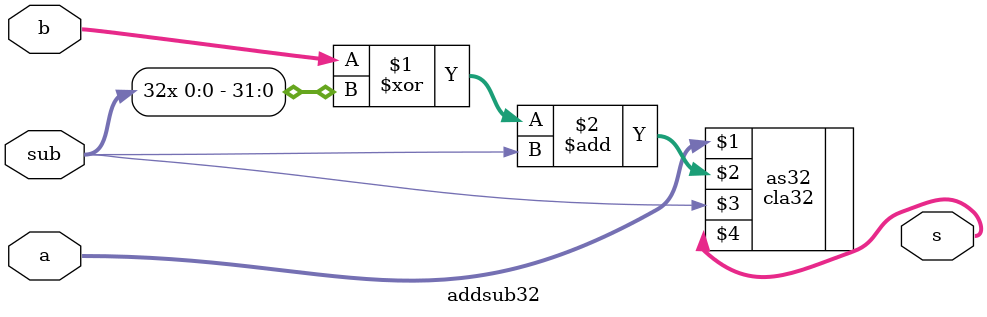
<source format=v>
module addsub32(a, b, sub, s);
	input [31:0] a, b;
	input sub;
	output [31:0] s;
	cla32 as32(a, (b^{32{sub}})+sub, sub, s);
endmodule

</source>
